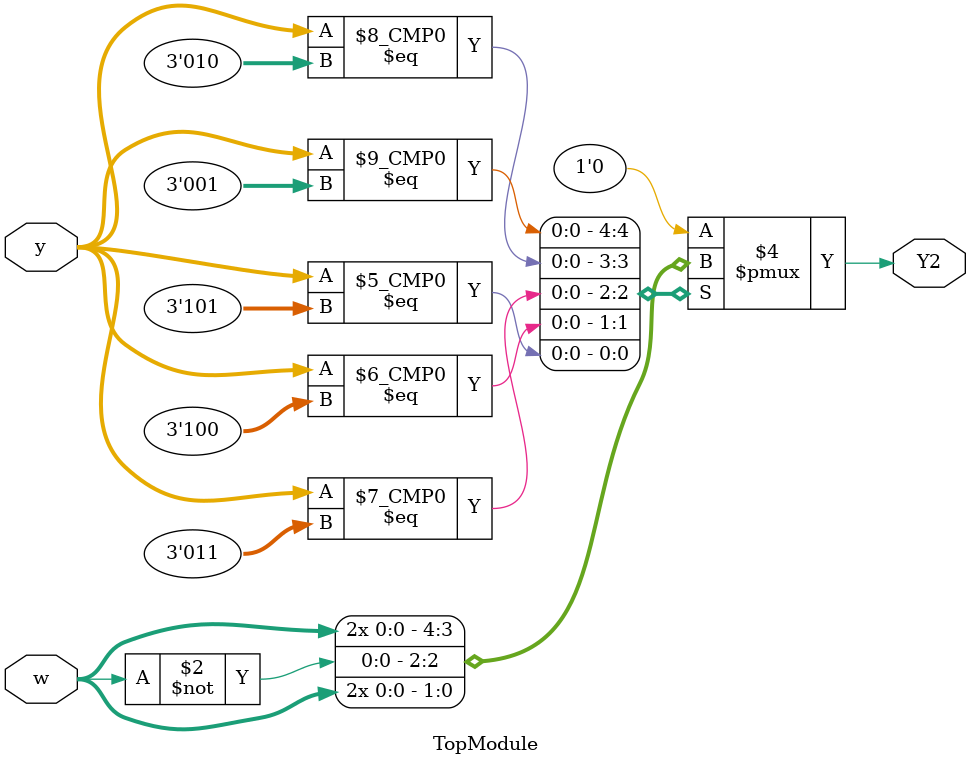
<source format=sv>

module TopModule (
  input [3:1] y,
  input w,
  output reg Y2
);
always @(*) begin
  case(y)
    3'b000: Y2 = 0; // A -> B (0) or A (1), both require y[2] = 0
    3'b001: Y2 = w; // B -> C (0) or D (1), depends on w
    3'b010: Y2 = w; // C -> E (0) or D (1), depends on w
    3'b011: Y2 = ~w; // D -> F (0) or A (1), opposite of w
    3'b100: Y2 = w; // E stays E (0) or goes to D (1), depends on w
    3'b101: Y2 = w; // F -> C (0) or D (1), depends on w
    default: Y2 = 0; // Default case, should not occur
  endcase
end

endmodule

</source>
